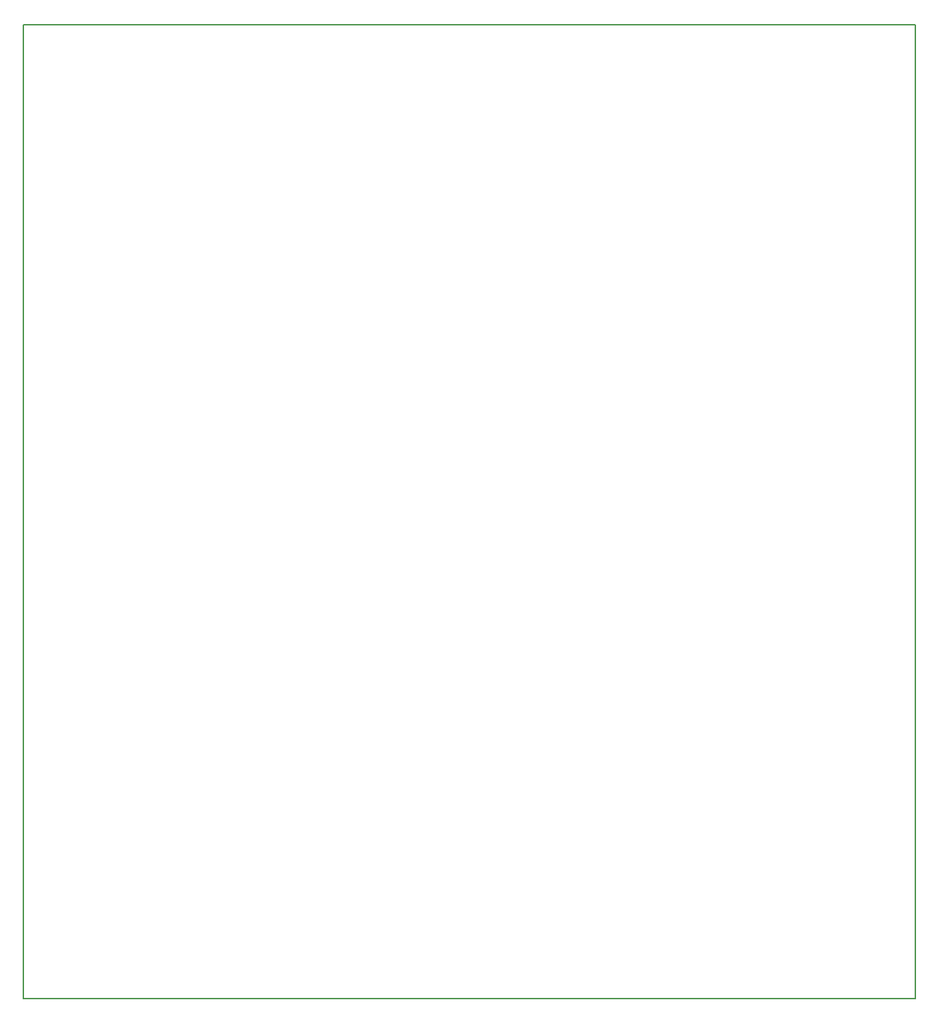
<source format=gm1>
G04 #@! TF.GenerationSoftware,KiCad,Pcbnew,(5.0.0-rc2-dev-444-g2974a2c10)*
G04 #@! TF.CreationDate,2018-08-08T23:01:06-07:00*
G04 #@! TF.ProjectId,mcu_board,6D63755F626F6172642E6B696361645F,rev?*
G04 #@! TF.SameCoordinates,Original*
G04 #@! TF.FileFunction,Profile,NP*
%FSLAX46Y46*%
G04 Gerber Fmt 4.6, Leading zero omitted, Abs format (unit mm)*
G04 Created by KiCad (PCBNEW (5.0.0-rc2-dev-444-g2974a2c10)) date 08/08/18 23:01:06*
%MOMM*%
%LPD*%
G01*
G04 APERTURE LIST*
%ADD10C,0.200000*%
G04 APERTURE END LIST*
D10*
X110000000Y-120000000D02*
X0Y-120000000D01*
X110000000Y0D02*
X110000000Y-120000000D01*
X0Y0D02*
X110000000Y0D01*
X0Y0D02*
X0Y-120000000D01*
M02*

</source>
